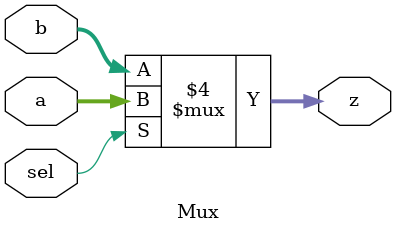
<source format=v>


`timescale 1ns/10ps

module Mux (
    z,
    a,
    b,
    sel
);
// Multiplexer.
// 
// z -- mux output
// a, b -- data inputs
// sel -- control input: select a if asserted, otherwise b

output [7:0] z;
reg [7:0] z;
input [7:0] a;
input [7:0] b;
input sel;




always @(b, a, sel) begin: MUX_MUXLOGIC
    if ((sel == 1)) begin
        z = a;
    end
    else begin
        z = b;
    end
end

endmodule

</source>
